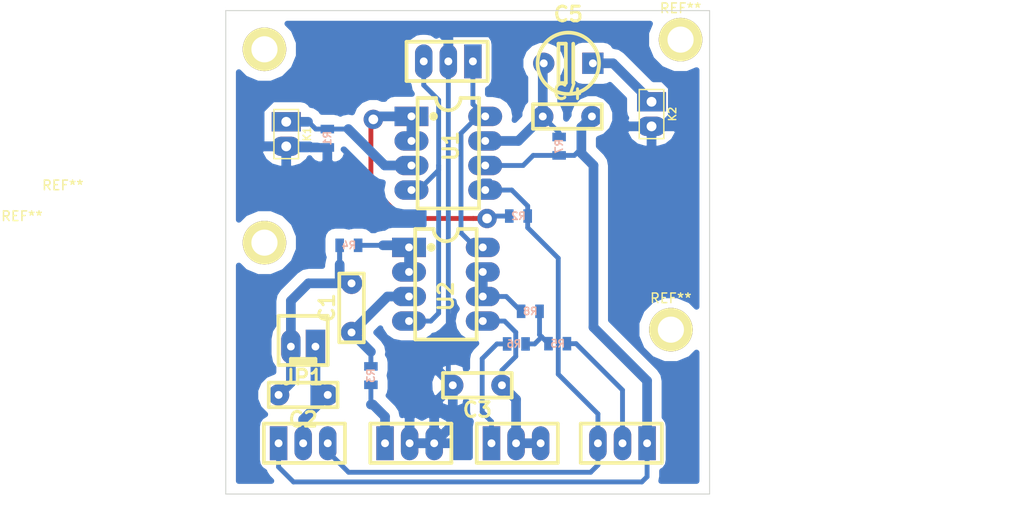
<source format=kicad_pcb>
(kicad_pcb (version 4) (host pcbnew 4.0.6)

  (general
    (links 44)
    (no_connects 0)
    (area 99.942857 42.7 175.85 99.700001)
    (thickness 1.6)
    (drawings 10)
    (tracks 165)
    (zones 0)
    (modules 27)
    (nets 20)
  )

  (page A4)
  (layers
    (0 F.Cu signal)
    (31 B.Cu signal)
    (32 B.Adhes user)
    (33 F.Adhes user)
    (34 B.Paste user)
    (35 F.Paste user)
    (36 B.SilkS user)
    (37 F.SilkS user)
    (38 B.Mask user)
    (39 F.Mask user hide)
    (40 Dwgs.User user)
    (41 Cmts.User user)
    (42 Eco1.User user)
    (43 Eco2.User user)
    (44 Edge.Cuts user)
    (45 Margin user)
    (46 B.CrtYd user)
    (47 F.CrtYd user)
    (48 B.Fab user)
    (49 F.Fab user)
  )

  (setup
    (last_trace_width 0.25)
    (user_trace_width 0.5)
    (user_trace_width 0.75)
    (user_trace_width 1)
    (trace_clearance 0.2)
    (zone_clearance 1)
    (zone_45_only yes)
    (trace_min 0.2)
    (segment_width 0.2)
    (edge_width 0.1)
    (via_size 2)
    (via_drill 1)
    (via_min_size 0.4)
    (via_min_drill 0.3)
    (user_via 2 1)
    (user_via 3 2)
    (uvia_size 0.3)
    (uvia_drill 0.1)
    (uvias_allowed no)
    (uvia_min_size 0.2)
    (uvia_min_drill 0.1)
    (pcb_text_width 0.3)
    (pcb_text_size 1.5 1.5)
    (mod_edge_width 0.15)
    (mod_text_size 1 1)
    (mod_text_width 0.15)
    (pad_size 1.5 1.5)
    (pad_drill 0.6)
    (pad_to_mask_clearance 0)
    (aux_axis_origin 160 92)
    (visible_elements 7FFEFFFF)
    (pcbplotparams
      (layerselection 0x00000_80000000)
      (usegerberextensions false)
      (excludeedgelayer true)
      (linewidth 0.100000)
      (plotframeref false)
      (viasonmask false)
      (mode 1)
      (useauxorigin false)
      (hpglpennumber 1)
      (hpglpenspeed 20)
      (hpglpendiameter 15)
      (hpglpenoverlay 2)
      (psnegative false)
      (psa4output false)
      (plotreference false)
      (plotvalue false)
      (plotinvisibletext false)
      (padsonsilk false)
      (subtractmaskfromsilk false)
      (outputformat 4)
      (mirror false)
      (drillshape 0)
      (scaleselection 1)
      (outputdirectory ""))
  )

  (net 0 "")
  (net 1 "Net-(C4-Pad2)")
  (net 2 "Net-(C2-Pad1)")
  (net 3 "Net-(R2-Pad1)")
  (net 4 "Net-(C1-Pad2)")
  (net 5 "Net-(C1-Pad1)")
  (net 6 GND)
  (net 7 "Net-(C3-Pad1)")
  (net 8 "Net-(C4-Pad1)")
  (net 9 "Net-(C5-Pad-)")
  (net 10 "Net-(R6-Pad2)")
  (net 11 "Net-(R3-Pad2)")
  (net 12 "Net-(K1-Pad1)")
  (net 13 +V)
  (net 14 "Net-(R2-Pad2)")
  (net 15 "Net-(R4-Pad1)")
  (net 16 "Net-(R5-Pad1)")
  (net 17 "Net-(R5-Pad2)")
  (net 18 "Net-(R8-Pad2)")
  (net 19 -V)

  (net_class Default "This is the default net class."
    (clearance 0.2)
    (trace_width 0.25)
    (via_dia 2)
    (via_drill 1)
    (uvia_dia 0.3)
    (uvia_drill 0.1)
    (add_net +V)
    (add_net -V)
    (add_net GND)
    (add_net "Net-(C1-Pad1)")
    (add_net "Net-(C1-Pad2)")
    (add_net "Net-(C2-Pad1)")
    (add_net "Net-(C3-Pad1)")
    (add_net "Net-(C4-Pad1)")
    (add_net "Net-(C4-Pad2)")
    (add_net "Net-(C5-Pad-)")
    (add_net "Net-(K1-Pad1)")
    (add_net "Net-(R2-Pad1)")
    (add_net "Net-(R2-Pad2)")
    (add_net "Net-(R3-Pad2)")
    (add_net "Net-(R4-Pad1)")
    (add_net "Net-(R5-Pad1)")
    (add_net "Net-(R5-Pad2)")
    (add_net "Net-(R6-Pad2)")
    (add_net "Net-(R8-Pad2)")
  )

  (module Konektori:K_2x1 (layer F.Cu) (tedit 51BDFB59) (tstamp 56C4D1CC)
    (at 118.25 56.77 270)
    (descr "Connecteurs 2 pins")
    (tags "CONN DEV")
    (path /569EAC73)
    (fp_text reference K1 (at 0 -2.159 270) (layer F.SilkS)
      (effects (font (size 0.762 0.762) (thickness 0.1524)))
    )
    (fp_text value K_2X1 (at 0 2.0955 270) (layer F.SilkS) hide
      (effects (font (size 0.762 0.762) (thickness 0.1524)))
    )
    (fp_line (start -2.54 1.27) (end -2.54 -1.27) (layer F.SilkS) (width 0.1524))
    (fp_line (start -2.54 -1.27) (end 2.54 -1.27) (layer F.SilkS) (width 0.1524))
    (fp_line (start 2.54 -1.27) (end 2.54 1.27) (layer F.SilkS) (width 0.1524))
    (fp_line (start 2.54 1.27) (end -2.54 1.27) (layer F.SilkS) (width 0.1524))
    (pad 1 thru_hole rect (at -1.27 0 270) (size 1.99898 2.99974) (drill 1.016) (layers *.Cu *.Mask)
      (net 12 "Net-(K1-Pad1)"))
    (pad 2 thru_hole oval (at 1.27 0 270) (size 1.99898 2.99974) (drill 1.016) (layers *.Cu *.Mask)
      (net 6 GND))
    (model pin_array/pins_array_2x1.wrl
      (at (xyz 0 0 0))
      (scale (xyz 1 1 1))
      (rotate (xyz 0 0 0))
    )
  )

  (module Konektori:K_3x1_PIN_R2,54 (layer F.Cu) (tedit 529C6A5F) (tstamp 56C4D194)
    (at 120 88.75)
    (path /569EBF7B)
    (fp_text reference bass1 (at -18.49 -2.39) (layer F.SilkS) hide
      (effects (font (thickness 0.3048)))
    )
    (fp_text value 10k (at 0 5.1308) (layer F.SilkS) hide
      (effects (font (thickness 0.3048)))
    )
    (fp_line (start 4.318 2.032) (end 4.318 -2.032) (layer F.SilkS) (width 0.381))
    (fp_line (start 4.318 -2.032) (end -4.064 -2.032) (layer F.SilkS) (width 0.381))
    (fp_line (start -4.064 -2.032) (end -4.064 2.032) (layer F.SilkS) (width 0.381))
    (fp_line (start -4.064 2.032) (end 4.318 2.032) (layer F.SilkS) (width 0.381))
    (pad 1 thru_hole rect (at -2.54 0) (size 1.80086 3.50012) (drill 0.8128) (layers *.Cu *.Mask)
      (net 1 "Net-(C4-Pad2)"))
    (pad 2 thru_hole oval (at 0 0) (size 1.80086 3.50012) (drill 0.8128) (layers *.Cu *.Mask)
      (net 2 "Net-(C2-Pad1)"))
    (pad 3 thru_hole oval (at 2.54 0) (size 1.80086 3.50012) (drill 0.8128) (layers *.Cu *.Mask)
      (net 3 "Net-(R2-Pad1)"))
    (model pin_array/pins_array_3x1.wrl
      (at (xyz 0 0 0))
      (scale (xyz 1 1 1))
      (rotate (xyz 0 0 0))
    )
  )

  (module "Elektronicki elementi:C_R5_D2,5X7,2" (layer F.Cu) (tedit 502687A2) (tstamp 56C4D19A)
    (at 125 74.75 90)
    (descr "Kondenzator. Raster = 5. Dimenzije = 2,5 x 7,2.")
    (path /56A011FE)
    (fp_text reference C1 (at 0 -2.54 90) (layer F.SilkS)
      (effects (font (thickness 0.3048)))
    )
    (fp_text value 47n (at 0 3.175 90) (layer F.SilkS) hide
      (effects (font (thickness 0.3048)))
    )
    (fp_line (start -3.556 1.27) (end -3.556 -1.27) (layer F.SilkS) (width 0.381))
    (fp_line (start -3.556 -1.27) (end 3.556 -1.27) (layer F.SilkS) (width 0.381))
    (fp_line (start 3.556 -1.27) (end 3.556 1.27) (layer F.SilkS) (width 0.381))
    (fp_line (start 3.556 1.27) (end -3.556 1.27) (layer F.SilkS) (width 0.381))
    (pad 2 thru_hole circle (at 2.54 0 90) (size 2.19964 2.19964) (drill 0.8128) (layers *.Cu)
      (net 4 "Net-(C1-Pad2)"))
    (pad 1 thru_hole circle (at -2.54 0 90) (size 2.19964 2.19964) (drill 0.8128) (layers *.Cu)
      (net 5 "Net-(C1-Pad1)"))
  )

  (module "Elektronicki elementi:C_R5_D2,5X7,2" (layer F.Cu) (tedit 502687A2) (tstamp 56C4D1A0)
    (at 120 83.75 180)
    (descr "Kondenzator. Raster = 5. Dimenzije = 2,5 x 7,2.")
    (path /56A01279)
    (fp_text reference C2 (at 0 -2.54 180) (layer F.SilkS)
      (effects (font (thickness 0.3048)))
    )
    (fp_text value 4,7u (at 0 3.175 180) (layer F.SilkS) hide
      (effects (font (thickness 0.3048)))
    )
    (fp_line (start -3.556 1.27) (end -3.556 -1.27) (layer F.SilkS) (width 0.381))
    (fp_line (start -3.556 -1.27) (end 3.556 -1.27) (layer F.SilkS) (width 0.381))
    (fp_line (start 3.556 -1.27) (end 3.556 1.27) (layer F.SilkS) (width 0.381))
    (fp_line (start 3.556 1.27) (end -3.556 1.27) (layer F.SilkS) (width 0.381))
    (pad 2 thru_hole circle (at 2.54 0 180) (size 2.19964 2.19964) (drill 0.8128) (layers *.Cu)
      (net 4 "Net-(C1-Pad2)"))
    (pad 1 thru_hole circle (at -2.54 0 180) (size 2.19964 2.19964) (drill 0.8128) (layers *.Cu)
      (net 2 "Net-(C2-Pad1)"))
  )

  (module "Elektronicki elementi:C_R5_D2,5X7,2" (layer F.Cu) (tedit 502687A2) (tstamp 56C4D1A6)
    (at 138 82.75 180)
    (descr "Kondenzator. Raster = 5. Dimenzije = 2,5 x 7,2.")
    (path /56A002B0)
    (fp_text reference C3 (at 0 -2.54 180) (layer F.SilkS)
      (effects (font (thickness 0.3048)))
    )
    (fp_text value 1n (at 0 3.175 180) (layer F.SilkS) hide
      (effects (font (thickness 0.3048)))
    )
    (fp_line (start -3.556 1.27) (end -3.556 -1.27) (layer F.SilkS) (width 0.381))
    (fp_line (start -3.556 -1.27) (end 3.556 -1.27) (layer F.SilkS) (width 0.381))
    (fp_line (start 3.556 -1.27) (end 3.556 1.27) (layer F.SilkS) (width 0.381))
    (fp_line (start 3.556 1.27) (end -3.556 1.27) (layer F.SilkS) (width 0.381))
    (pad 2 thru_hole circle (at 2.54 0 180) (size 2.19964 2.19964) (drill 0.8128) (layers *.Cu)
      (net 6 GND))
    (pad 1 thru_hole circle (at -2.54 0 180) (size 2.19964 2.19964) (drill 0.8128) (layers *.Cu)
      (net 7 "Net-(C3-Pad1)"))
  )

  (module "Elektronicki elementi:C_R5_D2,5X7,2" (layer F.Cu) (tedit 502687A2) (tstamp 56C4D1AC)
    (at 147.3 54.95)
    (descr "Kondenzator. Raster = 5. Dimenzije = 2,5 x 7,2.")
    (path /569EBA29)
    (fp_text reference C4 (at 0 -2.54) (layer F.SilkS)
      (effects (font (thickness 0.3048)))
    )
    (fp_text value 220p (at 0 3.175) (layer F.SilkS) hide
      (effects (font (thickness 0.3048)))
    )
    (fp_line (start -3.556 1.27) (end -3.556 -1.27) (layer F.SilkS) (width 0.381))
    (fp_line (start -3.556 -1.27) (end 3.556 -1.27) (layer F.SilkS) (width 0.381))
    (fp_line (start 3.556 -1.27) (end 3.556 1.27) (layer F.SilkS) (width 0.381))
    (fp_line (start 3.556 1.27) (end -3.556 1.27) (layer F.SilkS) (width 0.381))
    (pad 2 thru_hole circle (at 2.54 0) (size 2.19964 2.19964) (drill 0.8128) (layers *.Cu)
      (net 1 "Net-(C4-Pad2)"))
    (pad 1 thru_hole circle (at -2.54 0) (size 2.19964 2.19964) (drill 0.8128) (layers *.Cu)
      (net 8 "Net-(C4-Pad1)"))
  )

  (module "Elektronicki elementi:CPOL_R5_D6,35" (layer F.Cu) (tedit 4D7161BE) (tstamp 56C4D1B2)
    (at 147.4 49.45)
    (descr "Polarizirani kondenzator. Raster = 5. Promjer = 6,35.")
    (path /569EB9A5)
    (fp_text reference C5 (at 0 -5.08) (layer F.SilkS)
      (effects (font (thickness 0.3048)))
    )
    (fp_text value 100u (at 0 5.08) (layer F.SilkS) hide
      (effects (font (thickness 0.3048)))
    )
    (fp_line (start 0.508 -2.032) (end 0.508 2.032) (layer F.SilkS) (width 0.381))
    (fp_line (start -0.254 -2.032) (end -1.016 -2.032) (layer F.SilkS) (width 0.381))
    (fp_line (start -1.016 -2.032) (end -1.016 2.032) (layer F.SilkS) (width 0.381))
    (fp_line (start -1.016 2.032) (end -0.254 2.032) (layer F.SilkS) (width 0.381))
    (fp_line (start -0.254 2.032) (end -0.254 -2.032) (layer F.SilkS) (width 0.381))
    (fp_circle (center 0 0) (end 3.175 0) (layer F.SilkS) (width 0.381))
    (pad + thru_hole circle (at -2.54 0) (size 2.19964 2.19964) (drill 0.8128) (layers *.Cu)
      (net 8 "Net-(C4-Pad1)"))
    (pad - thru_hole rect (at 2.54 0) (size 2.19964 2.19964) (drill 0.8128) (layers *.Cu)
      (net 9 "Net-(C5-Pad-)"))
  )

  (module Konektori:K_3x1_PIN_R2,54 (layer F.Cu) (tedit 529C6A5F) (tstamp 56C4D1B9)
    (at 142 88.75)
    (path /56A001F9)
    (fp_text reference freq1 (at -50.97 10.85) (layer F.SilkS) hide
      (effects (font (thickness 0.3048)))
    )
    (fp_text value 10k (at 0 5.1308) (layer F.SilkS) hide
      (effects (font (thickness 0.3048)))
    )
    (fp_line (start 4.318 2.032) (end 4.318 -2.032) (layer F.SilkS) (width 0.381))
    (fp_line (start 4.318 -2.032) (end -4.064 -2.032) (layer F.SilkS) (width 0.381))
    (fp_line (start -4.064 -2.032) (end -4.064 2.032) (layer F.SilkS) (width 0.381))
    (fp_line (start -4.064 2.032) (end 4.318 2.032) (layer F.SilkS) (width 0.381))
    (pad 1 thru_hole rect (at -2.54 0) (size 1.80086 3.50012) (drill 0.8128) (layers *.Cu *.Mask)
      (net 10 "Net-(R6-Pad2)"))
    (pad 2 thru_hole oval (at 0 0) (size 1.80086 3.50012) (drill 0.8128) (layers *.Cu *.Mask)
      (net 7 "Net-(C3-Pad1)"))
    (pad 3 thru_hole oval (at 2.54 0) (size 1.80086 3.50012) (drill 0.8128) (layers *.Cu *.Mask)
      (net 7 "Net-(C3-Pad1)"))
    (model pin_array/pins_array_3x1.wrl
      (at (xyz 0 0 0))
      (scale (xyz 1 1 1))
      (rotate (xyz 0 0 0))
    )
  )

  (module Konektori:K_3x1_PIN_R2,54 (layer F.Cu) (tedit 529C6A5F) (tstamp 56C4D1C0)
    (at 131 88.75)
    (path /56A00FFC)
    (fp_text reference freq2 (at -32.94 1.51) (layer F.SilkS) hide
      (effects (font (thickness 0.3048)))
    )
    (fp_text value 100k (at 0 5.1308) (layer F.SilkS) hide
      (effects (font (thickness 0.3048)))
    )
    (fp_line (start 4.318 2.032) (end 4.318 -2.032) (layer F.SilkS) (width 0.381))
    (fp_line (start 4.318 -2.032) (end -4.064 -2.032) (layer F.SilkS) (width 0.381))
    (fp_line (start -4.064 -2.032) (end -4.064 2.032) (layer F.SilkS) (width 0.381))
    (fp_line (start -4.064 2.032) (end 4.318 2.032) (layer F.SilkS) (width 0.381))
    (pad 1 thru_hole rect (at -2.54 0) (size 1.80086 3.50012) (drill 0.8128) (layers *.Cu *.Mask)
      (net 11 "Net-(R3-Pad2)"))
    (pad 2 thru_hole oval (at 0 0) (size 1.80086 3.50012) (drill 0.8128) (layers *.Cu *.Mask)
      (net 6 GND))
    (pad 3 thru_hole oval (at 2.54 0) (size 1.80086 3.50012) (drill 0.8128) (layers *.Cu *.Mask)
      (net 6 GND))
    (model pin_array/pins_array_3x1.wrl
      (at (xyz 0 0 0))
      (scale (xyz 1 1 1))
      (rotate (xyz 0 0 0))
    )
  )

  (module Konektori:K_2X1_VERT_KV_R2,54 (layer F.Cu) (tedit 4D63AB52) (tstamp 56C4D1C6)
    (at 120 78.75 180)
    (descr "Konektor 2x1 vertikalni sa kvačicom. Raster = 2,54. Molex model: 6373.")
    (path /56AAA2A3)
    (fp_text reference JP1 (at 0 -3.175 180) (layer F.SilkS)
      (effects (font (thickness 0.3048)))
    )
    (fp_text value JP (at 0 4.445 180) (layer F.SilkS) hide
      (effects (font (thickness 0.3048)))
    )
    (fp_line (start 1.27 -1.778) (end -1.27 -1.778) (layer F.SilkS) (width 0.381))
    (fp_line (start -1.27 -1.524) (end 1.27 -1.524) (layer F.SilkS) (width 0.381))
    (fp_line (start -1.27 -1.905) (end -1.27 -1.27) (layer F.SilkS) (width 0.381))
    (fp_line (start -1.27 -1.27) (end 1.27 -1.27) (layer F.SilkS) (width 0.381))
    (fp_line (start 1.27 -1.27) (end 1.27 -1.905) (layer F.SilkS) (width 0.381))
    (fp_line (start -2.54 3.175) (end 2.54 3.175) (layer F.SilkS) (width 0.381))
    (fp_line (start -2.54 -1.905) (end 2.54 -1.905) (layer F.SilkS) (width 0.381))
    (fp_line (start 2.54 -1.905) (end 2.54 3.175) (layer F.SilkS) (width 0.381))
    (fp_line (start -2.54 3.175) (end -2.54 -1.905) (layer F.SilkS) (width 0.381))
    (pad 1 thru_hole rect (at -1.27 0 180) (size 1.99898 3.50012) (drill 0.8001) (layers *.Cu)
      (net 2 "Net-(C2-Pad1)"))
    (pad 2 thru_hole oval (at 1.27 0 180) (size 1.99898 3.50012) (drill 0.8001) (layers *.Cu)
      (net 4 "Net-(C1-Pad2)"))
    (model pin_array/pins_array_2x1.wrl
      (at (xyz 0 0 0))
      (scale (xyz 1 1 1))
      (rotate (xyz 0 0 0))
    )
  )

  (module Konektori:K_2x1 (layer F.Cu) (tedit 51BDFB59) (tstamp 56C4D1D2)
    (at 156 54.7 270)
    (descr "Connecteurs 2 pins")
    (tags "CONN DEV")
    (path /56A10AB0)
    (fp_text reference K2 (at 0 -2.159 270) (layer F.SilkS)
      (effects (font (size 0.762 0.762) (thickness 0.1524)))
    )
    (fp_text value K_2X1 (at 0 2.0955 270) (layer F.SilkS) hide
      (effects (font (size 0.762 0.762) (thickness 0.1524)))
    )
    (fp_line (start -2.54 1.27) (end -2.54 -1.27) (layer F.SilkS) (width 0.1524))
    (fp_line (start -2.54 -1.27) (end 2.54 -1.27) (layer F.SilkS) (width 0.1524))
    (fp_line (start 2.54 -1.27) (end 2.54 1.27) (layer F.SilkS) (width 0.1524))
    (fp_line (start 2.54 1.27) (end -2.54 1.27) (layer F.SilkS) (width 0.1524))
    (pad 1 thru_hole rect (at -1.27 0 270) (size 1.99898 2.99974) (drill 1.016) (layers *.Cu *.Mask)
      (net 9 "Net-(C5-Pad-)"))
    (pad 2 thru_hole oval (at 1.27 0 270) (size 1.99898 2.99974) (drill 1.016) (layers *.Cu *.Mask)
      (net 6 GND))
    (model pin_array/pins_array_2x1.wrl
      (at (xyz 0 0 0))
      (scale (xyz 1 1 1))
      (rotate (xyz 0 0 0))
    )
  )

  (module "Elektronicki elementi:R_SMD_0805_NoSilk" (layer B.Cu) (tedit 53A2E750) (tstamp 56C4D1DE)
    (at 122.5 57.2025 270)
    (path /569E9C24)
    (attr smd)
    (fp_text reference R1 (at 0 0 270) (layer B.SilkS)
      (effects (font (size 0.762 0.762) (thickness 0.1524)) (justify mirror))
    )
    (fp_text value 100k (at 0 0 270) (layer B.SilkS) hide
      (effects (font (size 0.635 0.635) (thickness 0.127)) (justify mirror))
    )
    (pad 1 smd rect (at -0.9525 0 270) (size 0.889 1.397) (layers B.Cu B.Paste B.Mask)
      (net 12 "Net-(K1-Pad1)"))
    (pad 2 smd rect (at 0.9525 0 270) (size 0.889 1.397) (layers B.Cu B.Paste B.Mask)
      (net 6 GND))
    (model smd/chip_cms.wrl
      (at (xyz 0 0 0))
      (scale (xyz 0.1 0.1 0.1))
      (rotate (xyz 0 0 0))
    )
  )

  (module "Elektronicki elementi:R_SMD_0805_NoSilk" (layer B.Cu) (tedit 53A2E750) (tstamp 56C4D1EA)
    (at 127 81.75 270)
    (path /569E9C75)
    (attr smd)
    (fp_text reference R3 (at 0 0 270) (layer B.SilkS)
      (effects (font (size 0.762 0.762) (thickness 0.1524)) (justify mirror))
    )
    (fp_text value 22k (at 0 0 270) (layer B.SilkS) hide
      (effects (font (size 0.635 0.635) (thickness 0.127)) (justify mirror))
    )
    (pad 1 smd rect (at -0.9525 0 270) (size 0.889 1.397) (layers B.Cu B.Paste B.Mask)
      (net 5 "Net-(C1-Pad1)"))
    (pad 2 smd rect (at 0.9525 0 270) (size 0.889 1.397) (layers B.Cu B.Paste B.Mask)
      (net 11 "Net-(R3-Pad2)"))
    (model smd/chip_cms.wrl
      (at (xyz 0 0 0))
      (scale (xyz 0.1 0.1 0.1))
      (rotate (xyz 0 0 0))
    )
  )

  (module "Elektronicki elementi:R_SMD_0805_NoSilk" (layer B.Cu) (tedit 53A2E750) (tstamp 56C4D1F0)
    (at 124.725 68.275 180)
    (path /569E99CE)
    (attr smd)
    (fp_text reference R4 (at 0 0 180) (layer B.SilkS)
      (effects (font (size 0.762 0.762) (thickness 0.1524)) (justify mirror))
    )
    (fp_text value 1k (at 0 0 180) (layer B.SilkS) hide
      (effects (font (size 0.635 0.635) (thickness 0.127)) (justify mirror))
    )
    (pad 1 smd rect (at -0.9525 0 180) (size 0.889 1.397) (layers B.Cu B.Paste B.Mask)
      (net 15 "Net-(R4-Pad1)"))
    (pad 2 smd rect (at 0.9525 0 180) (size 0.889 1.397) (layers B.Cu B.Paste B.Mask)
      (net 4 "Net-(C1-Pad2)"))
    (model smd/chip_cms.wrl
      (at (xyz 0 0 0))
      (scale (xyz 0.1 0.1 0.1))
      (rotate (xyz 0 0 0))
    )
  )

  (module "Elektronicki elementi:R_SMD_0805_NoSilk" (layer B.Cu) (tedit 53A2E750) (tstamp 56C4D1F6)
    (at 146.3025 78.45 180)
    (path /569E9B43)
    (attr smd)
    (fp_text reference R5 (at 0 0 180) (layer B.SilkS)
      (effects (font (size 0.762 0.762) (thickness 0.1524)) (justify mirror))
    )
    (fp_text value 1k (at 0 0 180) (layer B.SilkS) hide
      (effects (font (size 0.635 0.635) (thickness 0.127)) (justify mirror))
    )
    (pad 1 smd rect (at -0.9525 0 180) (size 0.889 1.397) (layers B.Cu B.Paste B.Mask)
      (net 16 "Net-(R5-Pad1)"))
    (pad 2 smd rect (at 0.9525 0 180) (size 0.889 1.397) (layers B.Cu B.Paste B.Mask)
      (net 17 "Net-(R5-Pad2)"))
    (model smd/chip_cms.wrl
      (at (xyz 0 0 0))
      (scale (xyz 0.1 0.1 0.1))
      (rotate (xyz 0 0 0))
    )
  )

  (module "Elektronicki elementi:R_SMD_0805_NoSilk" (layer B.Cu) (tedit 56C4D4D9) (tstamp 56C4D1FC)
    (at 142.0275 78.475 180)
    (path /569E9CA8)
    (attr smd)
    (fp_text reference R6 (at 0.25 0 180) (layer B.SilkS)
      (effects (font (size 0.762 0.762) (thickness 0.1524)) (justify mirror))
    )
    (fp_text value 2,2k (at 0 0 180) (layer B.SilkS) hide
      (effects (font (size 0.635 0.635) (thickness 0.127)) (justify mirror))
    )
    (pad 1 smd rect (at -0.9525 0 180) (size 0.889 1.397) (layers B.Cu B.Paste B.Mask)
      (net 17 "Net-(R5-Pad2)"))
    (pad 2 smd rect (at 0.9525 0 180) (size 0.889 1.397) (layers B.Cu B.Paste B.Mask)
      (net 10 "Net-(R6-Pad2)"))
    (model smd/chip_cms.wrl
      (at (xyz 0 0 0))
      (scale (xyz 0.1 0.1 0.1))
      (rotate (xyz 0 0 0))
    )
  )

  (module "Elektronicki elementi:R_SMD_0805_NoSilk" (layer B.Cu) (tedit 53A2E750) (tstamp 56C4D202)
    (at 146.45 58.0225 270)
    (path /569E9CDD)
    (attr smd)
    (fp_text reference R7 (at 0 0 270) (layer B.SilkS)
      (effects (font (size 0.762 0.762) (thickness 0.1524)) (justify mirror))
    )
    (fp_text value 3,3k (at 0 0 270) (layer B.SilkS) hide
      (effects (font (size 0.635 0.635) (thickness 0.127)) (justify mirror))
    )
    (pad 1 smd rect (at -0.9525 0 270) (size 0.889 1.397) (layers B.Cu B.Paste B.Mask)
      (net 8 "Net-(C4-Pad1)"))
    (pad 2 smd rect (at 0.9525 0 270) (size 0.889 1.397) (layers B.Cu B.Paste B.Mask)
      (net 1 "Net-(C4-Pad2)"))
    (model smd/chip_cms.wrl
      (at (xyz 0 0 0))
      (scale (xyz 0.1 0.1 0.1))
      (rotate (xyz 0 0 0))
    )
  )

  (module "Elektronicki elementi:R_SMD_0805_NoSilk" (layer B.Cu) (tedit 53A2E750) (tstamp 56C4D208)
    (at 143.4725 75.1 180)
    (path /569E9B92)
    (attr smd)
    (fp_text reference R8 (at 0 0 180) (layer B.SilkS)
      (effects (font (size 0.762 0.762) (thickness 0.1524)) (justify mirror))
    )
    (fp_text value 100 (at 0 0 180) (layer B.SilkS) hide
      (effects (font (size 0.635 0.635) (thickness 0.127)) (justify mirror))
    )
    (pad 1 smd rect (at -0.9525 0 180) (size 0.889 1.397) (layers B.Cu B.Paste B.Mask)
      (net 17 "Net-(R5-Pad2)"))
    (pad 2 smd rect (at 0.9525 0 180) (size 0.889 1.397) (layers B.Cu B.Paste B.Mask)
      (net 18 "Net-(R8-Pad2)"))
    (model smd/chip_cms.wrl
      (at (xyz 0 0 0))
      (scale (xyz 0.1 0.1 0.1))
      (rotate (xyz 0 0 0))
    )
  )

  (module Konektori:K_3x1_PIN_R2,54 (layer F.Cu) (tedit 529C6A5F) (tstamp 56C4D20F)
    (at 153 88.75 180)
    (path /569EB5D5)
    (fp_text reference treble1 (at 54.48 -6.73 180) (layer F.SilkS) hide
      (effects (font (thickness 0.3048)))
    )
    (fp_text value 10k (at 0 5.1308 180) (layer F.SilkS) hide
      (effects (font (thickness 0.3048)))
    )
    (fp_line (start 4.318 2.032) (end 4.318 -2.032) (layer F.SilkS) (width 0.381))
    (fp_line (start 4.318 -2.032) (end -4.064 -2.032) (layer F.SilkS) (width 0.381))
    (fp_line (start -4.064 -2.032) (end -4.064 2.032) (layer F.SilkS) (width 0.381))
    (fp_line (start -4.064 2.032) (end 4.318 2.032) (layer F.SilkS) (width 0.381))
    (pad 1 thru_hole rect (at -2.54 0 180) (size 1.80086 3.50012) (drill 0.8128) (layers *.Cu *.Mask)
      (net 1 "Net-(C4-Pad2)"))
    (pad 2 thru_hole oval (at 0 0 180) (size 1.80086 3.50012) (drill 0.8128) (layers *.Cu *.Mask)
      (net 16 "Net-(R5-Pad1)"))
    (pad 3 thru_hole oval (at 2.54 0 180) (size 1.80086 3.50012) (drill 0.8128) (layers *.Cu *.Mask)
      (net 3 "Net-(R2-Pad1)"))
    (model pin_array/pins_array_3x1.wrl
      (at (xyz 0 0 0))
      (scale (xyz 1 1 1))
      (rotate (xyz 0 0 0))
    )
  )

  (module "Elektronicki elementi:DIP-8" (layer F.Cu) (tedit 56C4D41E) (tstamp 56C4D21B)
    (at 135 58.75 270)
    (path /569E9819)
    (fp_text reference U1 (at -0.75 -0.25 270) (layer F.SilkS)
      (effects (font (thickness 0.3048)))
    )
    (fp_text value TL072 (at 0 7.62 270) (layer F.SilkS) hide
      (effects (font (thickness 0.3048)))
    )
    (fp_arc (start -5.715 0) (end -4.445 0) (angle 90) (layer F.SilkS) (width 0.381))
    (fp_arc (start -5.715 0) (end -5.715 -1.27) (angle 90) (layer F.SilkS) (width 0.381))
    (fp_line (start -5.715 -3.175) (end -5.715 -1.27) (layer F.SilkS) (width 0.381))
    (fp_line (start -5.715 1.27) (end -5.715 3.175) (layer F.SilkS) (width 0.381))
    (fp_line (start -5.715 3.175) (end 5.715 3.175) (layer F.SilkS) (width 0.381))
    (fp_line (start 5.715 3.175) (end 5.715 -3.175) (layer F.SilkS) (width 0.381))
    (fp_line (start 5.715 -3.175) (end -5.715 -3.175) (layer F.SilkS) (width 0.381))
    (fp_line (start -4.064 1.524) (end -3.556 1.524) (layer F.SilkS) (width 0.381))
    (fp_circle (center -3.81 1.524) (end -3.556 1.524) (layer F.SilkS) (width 0.381))
    (pad 1 thru_hole rect (at -3.81 3.81 270) (size 1.99898 3.50012) (drill 0.8128) (layers *.Cu)
      (net 14 "Net-(R2-Pad2)"))
    (pad 2 thru_hole oval (at -1.27 3.81 270) (size 1.99898 3.50012) (drill 0.8128) (layers *.Cu)
      (net 14 "Net-(R2-Pad2)"))
    (pad 3 thru_hole oval (at 1.27 3.81 270) (size 1.99898 3.50012) (drill 0.8128) (layers *.Cu)
      (net 12 "Net-(K1-Pad1)"))
    (pad 4 thru_hole oval (at 3.81 3.81 270) (size 1.99898 3.50012) (drill 0.8128) (layers *.Cu)
      (net 19 -V))
    (pad 5 thru_hole oval (at 3.81 -3.81 270) (size 1.99898 3.50012) (drill 0.8128) (layers *.Cu)
      (net 3 "Net-(R2-Pad1)"))
    (pad 6 thru_hole oval (at 1.27 -3.81 270) (size 1.99898 3.50012) (drill 0.8128) (layers *.Cu)
      (net 1 "Net-(C4-Pad2)"))
    (pad 7 thru_hole oval (at -1.27 -3.81 270) (size 1.99898 3.50012) (drill 0.8128) (layers *.Cu)
      (net 8 "Net-(C4-Pad1)"))
    (pad 8 thru_hole oval (at -3.81 -3.81 270) (size 1.99898 3.50012) (drill 0.8128) (layers *.Cu)
      (net 13 +V))
    (model dil/dil_8.wrl
      (at (xyz 0 0 0))
      (scale (xyz 1 1 1))
      (rotate (xyz 0 0 0))
    )
  )

  (module "Elektronicki elementi:DIP-8" (layer F.Cu) (tedit 56C4D42A) (tstamp 56C4D227)
    (at 134.75 72.3 270)
    (path /569E98A8)
    (fp_text reference U2 (at 1.25 0 270) (layer F.SilkS)
      (effects (font (thickness 0.3048)))
    )
    (fp_text value TL072 (at 0 7.62 270) (layer F.SilkS) hide
      (effects (font (thickness 0.3048)))
    )
    (fp_arc (start -5.715 0) (end -4.445 0) (angle 90) (layer F.SilkS) (width 0.381))
    (fp_arc (start -5.715 0) (end -5.715 -1.27) (angle 90) (layer F.SilkS) (width 0.381))
    (fp_line (start -5.715 -3.175) (end -5.715 -1.27) (layer F.SilkS) (width 0.381))
    (fp_line (start -5.715 1.27) (end -5.715 3.175) (layer F.SilkS) (width 0.381))
    (fp_line (start -5.715 3.175) (end 5.715 3.175) (layer F.SilkS) (width 0.381))
    (fp_line (start 5.715 3.175) (end 5.715 -3.175) (layer F.SilkS) (width 0.381))
    (fp_line (start 5.715 -3.175) (end -5.715 -3.175) (layer F.SilkS) (width 0.381))
    (fp_line (start -4.064 1.524) (end -3.556 1.524) (layer F.SilkS) (width 0.381))
    (fp_circle (center -3.81 1.524) (end -3.556 1.524) (layer F.SilkS) (width 0.381))
    (pad 1 thru_hole rect (at -3.81 3.81 270) (size 1.99898 3.50012) (drill 0.8128) (layers *.Cu)
      (net 15 "Net-(R4-Pad1)"))
    (pad 2 thru_hole oval (at -1.27 3.81 270) (size 1.99898 3.50012) (drill 0.8128) (layers *.Cu)
      (net 15 "Net-(R4-Pad1)"))
    (pad 3 thru_hole oval (at 1.27 3.81 270) (size 1.99898 3.50012) (drill 0.8128) (layers *.Cu)
      (net 5 "Net-(C1-Pad1)"))
    (pad 4 thru_hole oval (at 3.81 3.81 270) (size 1.99898 3.50012) (drill 0.8128) (layers *.Cu)
      (net 19 -V))
    (pad 5 thru_hole oval (at 3.81 -3.81 270) (size 1.99898 3.50012) (drill 0.8128) (layers *.Cu)
      (net 7 "Net-(C3-Pad1)"))
    (pad 6 thru_hole oval (at 1.27 -3.81 270) (size 1.99898 3.50012) (drill 0.8128) (layers *.Cu)
      (net 18 "Net-(R8-Pad2)"))
    (pad 7 thru_hole oval (at -1.27 -3.81 270) (size 1.99898 3.50012) (drill 0.8128) (layers *.Cu)
      (net 18 "Net-(R8-Pad2)"))
    (pad 8 thru_hole oval (at -3.81 -3.81 270) (size 1.99898 3.50012) (drill 0.8128) (layers *.Cu)
      (net 13 +V))
    (model dil/dil_8.wrl
      (at (xyz 0 0 0))
      (scale (xyz 1 1 1))
      (rotate (xyz 0 0 0))
    )
  )

  (module Konektori:K_3x1_PIN_R2,54 (layer F.Cu) (tedit 529C6A5F) (tstamp 56C4D1D8)
    (at 135 49.25 180)
    (path /56D9C6C7)
    (fp_text reference K3 (at -0.6096 -4.7752 180) (layer F.SilkS) hide
      (effects (font (thickness 0.3048)))
    )
    (fp_text value K_3X1 (at 0 5.1308 180) (layer F.SilkS) hide
      (effects (font (thickness 0.3048)))
    )
    (fp_line (start 4.318 2.032) (end 4.318 -2.032) (layer F.SilkS) (width 0.381))
    (fp_line (start 4.318 -2.032) (end -4.064 -2.032) (layer F.SilkS) (width 0.381))
    (fp_line (start -4.064 -2.032) (end -4.064 2.032) (layer F.SilkS) (width 0.381))
    (fp_line (start -4.064 2.032) (end 4.318 2.032) (layer F.SilkS) (width 0.381))
    (pad 1 thru_hole rect (at -2.54 0 180) (size 1.80086 3.50012) (drill 0.8128) (layers *.Cu *.Mask)
      (net 13 +V))
    (pad 2 thru_hole oval (at 0 0 180) (size 1.80086 3.50012) (drill 0.8128) (layers *.Cu *.Mask)
      (net 6 GND))
    (pad 3 thru_hole oval (at 2.54 0 180) (size 1.80086 3.50012) (drill 0.8128) (layers *.Cu *.Mask)
      (net 19 -V))
    (model pin_array/pins_array_3x1.wrl
      (at (xyz 0 0 0))
      (scale (xyz 1 1 1))
      (rotate (xyz 0 0 0))
    )
  )

  (module "Elektronicki elementi:R_SMD_0805_NoSilk" (layer B.Cu) (tedit 53A2E750) (tstamp 56C4D1E4)
    (at 142.25 65.25 180)
    (path /569E9BD1)
    (attr smd)
    (fp_text reference R2 (at 0 0 180) (layer B.SilkS)
      (effects (font (size 0.762 0.762) (thickness 0.1524)) (justify mirror))
    )
    (fp_text value 3.3k (at 0 0 180) (layer B.SilkS) hide
      (effects (font (size 0.635 0.635) (thickness 0.127)) (justify mirror))
    )
    (pad 1 smd rect (at -0.9525 0 180) (size 0.889 1.397) (layers B.Cu B.Paste B.Mask)
      (net 3 "Net-(R2-Pad1)"))
    (pad 2 smd rect (at 0.9525 0 180) (size 0.889 1.397) (layers B.Cu B.Paste B.Mask)
      (net 14 "Net-(R2-Pad2)"))
    (model smd/chip_cms.wrl
      (at (xyz 0 0 0))
      (scale (xyz 0.1 0.1 0.1))
      (rotate (xyz 0 0 0))
    )
  )

  (module Mounting_Holes:MountingHole_2.7mm_M2.5_ISO14580_Pad (layer F.Cu) (tedit 56D1B4CB) (tstamp 5707A84D)
    (at 116 48)
    (descr "Mounting Hole 2.7mm, M2.5, ISO14580")
    (tags "mounting hole 2.7mm m2.5 iso14580")
    (fp_text reference REF** (at -20.83 14.07) (layer F.SilkS)
      (effects (font (size 1 1) (thickness 0.15)))
    )
    (fp_text value MountingHole_2.7mm_M2.5_ISO14580_Pad (at 0 3.25) (layer F.Fab)
      (effects (font (size 1 1) (thickness 0.15)))
    )
    (fp_circle (center 0 0) (end 2.25 0) (layer Cmts.User) (width 0.15))
    (fp_circle (center 0 0) (end 2.5 0) (layer F.CrtYd) (width 0.05))
    (pad 1 thru_hole circle (at 0 0) (size 4.5 4.5) (drill 2.7) (layers *.Cu *.Mask F.SilkS))
  )

  (module Mounting_Holes:MountingHole_2.7mm_M2.5_ISO14580_Pad (layer F.Cu) (tedit 56D1B4CB) (tstamp 5707A854)
    (at 159 47)
    (descr "Mounting Hole 2.7mm, M2.5, ISO14580")
    (tags "mounting hole 2.7mm m2.5 iso14580")
    (fp_text reference REF** (at 0 -3.25) (layer F.SilkS)
      (effects (font (size 1 1) (thickness 0.15)))
    )
    (fp_text value MountingHole_2.7mm_M2.5_ISO14580_Pad (at 0 3.25) (layer F.Fab)
      (effects (font (size 1 1) (thickness 0.15)))
    )
    (fp_circle (center 0 0) (end 2.25 0) (layer Cmts.User) (width 0.15))
    (fp_circle (center 0 0) (end 2.5 0) (layer F.CrtYd) (width 0.05))
    (pad 1 thru_hole circle (at 0 0) (size 4.5 4.5) (drill 2.7) (layers *.Cu *.Mask F.SilkS))
  )

  (module Mounting_Holes:MountingHole_2.7mm_M2.5_ISO14580_Pad (layer F.Cu) (tedit 56D1B4CB) (tstamp 5707A85B)
    (at 116 68)
    (descr "Mounting Hole 2.7mm, M2.5, ISO14580")
    (tags "mounting hole 2.7mm m2.5 iso14580")
    (fp_text reference REF** (at -25.06 -2.74) (layer F.SilkS)
      (effects (font (size 1 1) (thickness 0.15)))
    )
    (fp_text value MountingHole_2.7mm_M2.5_ISO14580_Pad (at 0 3.25) (layer F.Fab)
      (effects (font (size 1 1) (thickness 0.15)))
    )
    (fp_circle (center 0 0) (end 2.25 0) (layer Cmts.User) (width 0.15))
    (fp_circle (center 0 0) (end 2.5 0) (layer F.CrtYd) (width 0.05))
    (pad 1 thru_hole circle (at 0 0) (size 4.5 4.5) (drill 2.7) (layers *.Cu *.Mask F.SilkS))
  )

  (module Mounting_Holes:MountingHole_2.7mm_M2.5_ISO14580_Pad (layer F.Cu) (tedit 56D1B4CB) (tstamp 5707A86A)
    (at 158 77)
    (descr "Mounting Hole 2.7mm, M2.5, ISO14580")
    (tags "mounting hole 2.7mm m2.5 iso14580")
    (fp_text reference REF** (at 0 -3.25) (layer F.SilkS)
      (effects (font (size 1 1) (thickness 0.15)))
    )
    (fp_text value MountingHole_2.7mm_M2.5_ISO14580_Pad (at 20.51 5.2) (layer F.Fab)
      (effects (font (size 1 1) (thickness 0.15)))
    )
    (fp_circle (center 0 0) (end 2.25 0) (layer Cmts.User) (width 0.15))
    (fp_circle (center 0 0) (end 2.5 0) (layer F.CrtYd) (width 0.05))
    (pad 1 thru_hole circle (at 0 0) (size 4.5 4.5) (drill 2.7) (layers *.Cu *.Mask F.SilkS))
  )

  (dimension 50 (width 0.3) (layer Margin)
    (gr_text "50,000 mm" (at 169.35 69 270) (layer Margin)
      (effects (font (size 1.5 1.5) (thickness 0.3)))
    )
    (feature1 (pts (xy 162 94) (xy 170.7 94)))
    (feature2 (pts (xy 162 44) (xy 170.7 44)))
    (crossbar (pts (xy 168 44) (xy 168 94)))
    (arrow1a (pts (xy 168 94) (xy 167.413579 92.873496)))
    (arrow1b (pts (xy 168 94) (xy 168.586421 92.873496)))
    (arrow2a (pts (xy 168 44) (xy 167.413579 45.126504)))
    (arrow2b (pts (xy 168 44) (xy 168.586421 45.126504)))
  )
  (dimension 50 (width 0.3) (layer Margin)
    (gr_text "50,000 mm" (at 137 98.35) (layer Margin)
      (effects (font (size 1.5 1.5) (thickness 0.3)))
    )
    (feature1 (pts (xy 162 94) (xy 162 99.7)))
    (feature2 (pts (xy 112 94) (xy 112 99.7)))
    (crossbar (pts (xy 112 97) (xy 162 97)))
    (arrow1a (pts (xy 162 97) (xy 160.873496 97.586421)))
    (arrow1b (pts (xy 162 97) (xy 160.873496 96.413579)))
    (arrow2a (pts (xy 112 97) (xy 113.126504 97.586421)))
    (arrow2b (pts (xy 112 97) (xy 113.126504 96.413579)))
  )
  (gr_line (start 112 44) (end 162 44) (angle 90) (layer Edge.Cuts) (width 0.1))
  (gr_line (start 112 94) (end 112 44) (angle 90) (layer Edge.Cuts) (width 0.1))
  (gr_line (start 162 94) (end 112 94) (angle 90) (layer Edge.Cuts) (width 0.1))
  (gr_line (start 162 44) (end 162 94) (angle 90) (layer Edge.Cuts) (width 0.1))
  (gr_line (start 112.125 93.975) (end 112.125 43.975) (angle 90) (layer Margin) (width 0.2))
  (gr_line (start 162.125 93.975) (end 112.125 93.975) (angle 90) (layer Margin) (width 0.2))
  (gr_line (start 162.125 43.975) (end 162.125 93.975) (angle 90) (layer Margin) (width 0.2))
  (gr_line (start 112.125 43.975) (end 162.125 43.975) (angle 90) (layer Margin) (width 0.2))

  (segment (start 149.84 54.95) (end 149.84 54.969638) (width 1) (layer B.Cu) (net 1))
  (segment (start 149.84 54.969638) (end 148.75 56.059638) (width 1) (layer B.Cu) (net 1))
  (segment (start 148.75 58.75) (end 148.75 56.059638) (width 1) (layer B.Cu) (net 1))
  (segment (start 148.75 56.059638) (end 148.740181 56.049819) (width 1) (layer B.Cu) (net 1))
  (segment (start 148.75 58.75) (end 148.5 58.5) (width 0.5) (layer B.Cu) (net 1))
  (segment (start 149.75 59.75) (end 148.75 58.75) (width 1) (layer B.Cu) (net 1))
  (segment (start 150 76.75) (end 150 60) (width 1) (layer B.Cu) (net 1))
  (segment (start 150 60) (end 149.75 59.75) (width 1) (layer B.Cu) (net 1))
  (segment (start 155.54 88.75) (end 155.54 82.29) (width 1) (layer B.Cu) (net 1))
  (segment (start 155.54 82.29) (end 150 76.75) (width 1) (layer B.Cu) (net 1))
  (segment (start 148.740181 58.259819) (end 148.5 58.5) (width 0.5) (layer B.Cu) (net 1))
  (segment (start 148.5 58.5) (end 148.025 58.975) (width 0.5) (layer B.Cu) (net 1))
  (segment (start 117.46 88.75) (end 117.46 91.21) (width 0.5) (layer B.Cu) (net 1))
  (segment (start 117.46 91.21) (end 119 92.75) (width 0.5) (layer B.Cu) (net 1))
  (segment (start 119 92.75) (end 155 92.75) (width 0.5) (layer B.Cu) (net 1))
  (segment (start 155 92.75) (end 155.54 92.21) (width 0.5) (layer B.Cu) (net 1))
  (segment (start 155.54 92.21) (end 155.54 88.75) (width 0.5) (layer B.Cu) (net 1))
  (segment (start 148.025 58.975) (end 146.45 58.975) (width 0.5) (layer B.Cu) (net 1))
  (segment (start 149.84 54.95) (end 148.740181 56.049819) (width 0.5) (layer B.Cu) (net 1))
  (segment (start 148.740181 56.049819) (end 148.740181 58.259819) (width 0.5) (layer B.Cu) (net 1))
  (segment (start 143.775 58.975) (end 142.73 60.02) (width 0.5) (layer B.Cu) (net 1))
  (segment (start 142.73 60.02) (end 138.81 60.02) (width 0.5) (layer B.Cu) (net 1))
  (segment (start 146.45 58.975) (end 143.775 58.975) (width 0.5) (layer B.Cu) (net 1))
  (segment (start 146.704 58.975) (end 146.45 58.975) (width 0.5) (layer B.Cu) (net 1))
  (segment (start 121.25 85.04) (end 122.54 83.75) (width 1) (layer B.Cu) (net 2))
  (segment (start 121.25 85.04) (end 121.25 82.5) (width 1) (layer B.Cu) (net 2))
  (segment (start 120 86.29) (end 121.25 85.04) (width 1) (layer B.Cu) (net 2))
  (segment (start 121.25 82.5) (end 121.27 82.48) (width 1) (layer B.Cu) (net 2))
  (segment (start 120 88.75) (end 120 86.29) (width 1) (layer B.Cu) (net 2))
  (segment (start 121.27 78.75) (end 121.27 82.48) (width 1) (layer B.Cu) (net 2))
  (segment (start 121.27 82.48) (end 122.54 83.75) (width 1) (layer B.Cu) (net 2))
  (segment (start 146.360499 81.610499) (end 150.46 85.71) (width 0.5) (layer B.Cu) (net 3))
  (segment (start 150.46 85.71) (end 150.46 88.75) (width 0.5) (layer B.Cu) (net 3))
  (segment (start 143.2025 65.25) (end 143.2025 66.4485) (width 0.5) (layer B.Cu) (net 3))
  (segment (start 143.2025 66.4485) (end 146.360499 69.606499) (width 0.5) (layer B.Cu) (net 3))
  (segment (start 146.360499 69.606499) (end 146.360499 81.610499) (width 0.5) (layer B.Cu) (net 3))
  (segment (start 138.81 62.56) (end 141.56 62.56) (width 0.5) (layer B.Cu) (net 3))
  (segment (start 143.2025 64.2025) (end 143.2025 65.25) (width 0.5) (layer B.Cu) (net 3) (tstamp 56E5ABE1))
  (segment (start 141.56 62.56) (end 143.2025 64.2025) (width 0.5) (layer B.Cu) (net 3) (tstamp 56E5ABE0))
  (segment (start 122.54 88.75) (end 122.54 89.59963) (width 0.5) (layer B.Cu) (net 3))
  (segment (start 122.54 89.59963) (end 124.69037 91.75) (width 0.5) (layer B.Cu) (net 3))
  (segment (start 124.69037 91.75) (end 149.71006 91.75) (width 0.5) (layer B.Cu) (net 3))
  (segment (start 150.46 91.00006) (end 150.46 88.75) (width 0.5) (layer B.Cu) (net 3))
  (segment (start 149.71006 91.75) (end 150.46 91.00006) (width 0.5) (layer B.Cu) (net 3))
  (segment (start 138.56 61.62) (end 139.31057 61.62) (width 0.5) (layer B.Cu) (net 3))
  (segment (start 123.7725 70.25) (end 123.7725 72.1875) (width 1) (layer B.Cu) (net 4))
  (segment (start 123.7725 68.275) (end 123.7725 70.25) (width 0.5) (layer B.Cu) (net 4))
  (segment (start 118.73 78.75) (end 118.73 82.48) (width 1) (layer B.Cu) (net 4))
  (segment (start 118.73 82.48) (end 117.46 83.75) (width 1) (layer B.Cu) (net 4))
  (segment (start 120.54 72.21) (end 125 72.21) (width 1) (layer B.Cu) (net 4))
  (segment (start 118.73 78.75) (end 118.73 74.02) (width 1) (layer B.Cu) (net 4))
  (segment (start 118.73 74.02) (end 120.54 72.21) (width 1) (layer B.Cu) (net 4))
  (segment (start 125 72.21) (end 123.75 72.21) (width 0.5) (layer B.Cu) (net 4))
  (segment (start 123.75 72.21) (end 120.54 72.21) (width 0.5) (layer B.Cu) (net 4))
  (segment (start 123.7725 72.1875) (end 123.75 72.21) (width 1) (layer B.Cu) (net 4))
  (segment (start 123.7725 68.275) (end 123.7725 71.5225) (width 0.5) (layer B.Cu) (net 4))
  (segment (start 123.7725 71.5225) (end 124 71.75) (width 0.5) (layer B.Cu) (net 4) (tstamp 56E595BB))
  (segment (start 127 80.7975) (end 127 79.29) (width 0.5) (layer B.Cu) (net 5))
  (segment (start 125 77.29) (end 128.72 73.57) (width 1) (layer B.Cu) (net 5))
  (segment (start 128.72 73.57) (end 130.94 73.57) (width 1) (layer B.Cu) (net 5))
  (segment (start 127 79.29) (end 125 77.29) (width 1) (layer B.Cu) (net 5))
  (segment (start 120.5 58.155) (end 118.365 58.155) (width 1) (layer B.Cu) (net 6))
  (segment (start 122.5 58.155) (end 120.5 58.155) (width 0.5) (layer B.Cu) (net 6))
  (segment (start 135.46 82.75) (end 135.46 86.83) (width 1) (layer B.Cu) (net 6))
  (segment (start 135.46 86.83) (end 133.54 88.75) (width 1) (layer B.Cu) (net 6))
  (segment (start 131 88.75) (end 133.54 88.75) (width 1) (layer B.Cu) (net 6))
  (segment (start 118.365 58.155) (end 118.25 58.04) (width 1) (layer B.Cu) (net 6))
  (segment (start 135 49.25) (end 135 46.49994) (width 1) (layer B.Cu) (net 6))
  (segment (start 135 46.49994) (end 135.24994 46.25) (width 1) (layer B.Cu) (net 6))
  (segment (start 135.24994 46.25) (end 135.25 46.25) (width 1) (layer B.Cu) (net 6))
  (segment (start 135.25 46.25) (end 152.579362 46.25) (width 1) (layer B.Cu) (net 6))
  (segment (start 152.579362 46.25) (end 158.199871 51.870509) (width 1) (layer B.Cu) (net 6))
  (segment (start 158.199871 51.870509) (end 158.199871 54.989491) (width 1) (layer B.Cu) (net 6))
  (segment (start 158.199871 54.989491) (end 157.219362 55.97) (width 1) (layer B.Cu) (net 6))
  (segment (start 157.219362 55.97) (end 156 55.97) (width 1) (layer B.Cu) (net 6))
  (segment (start 115.5 54.25) (end 123.75 46) (width 1) (layer B.Cu) (net 6))
  (segment (start 123.75 46) (end 134 46) (width 1) (layer B.Cu) (net 6))
  (segment (start 134 46) (end 134.75 46.75) (width 1) (layer B.Cu) (net 6))
  (segment (start 115.5 54.25) (end 115.5 57.78987) (width 1) (layer B.Cu) (net 6))
  (segment (start 115.5 57.78987) (end 115.75013 58.04) (width 1) (layer B.Cu) (net 6))
  (segment (start 115.75013 58.04) (end 118.25 58.04) (width 1) (layer B.Cu) (net 6))
  (segment (start 135.25 46.25) (end 134.75 46.75) (width 0.5) (layer B.Cu) (net 6) (tstamp 56E598E8))
  (segment (start 135 47) (end 135 49.25) (width 0.5) (layer B.Cu) (net 6) (tstamp 56E598DF))
  (segment (start 134.75 46.75) (end 135 47) (width 0.5) (layer B.Cu) (net 6) (tstamp 56E598EE))
  (segment (start 135 49.25) (end 135 82.29) (width 0.5) (layer B.Cu) (net 6))
  (segment (start 135 82.29) (end 135.46 82.75) (width 0.5) (layer B.Cu) (net 6) (tstamp 56E598B1))
  (segment (start 135.06 82.35) (end 135.46 82.75) (width 0.5) (layer B.Cu) (net 6))
  (segment (start 142 88.75) (end 142 84.21) (width 1) (layer B.Cu) (net 7))
  (segment (start 142 84.21) (end 140.54 82.75) (width 1) (layer B.Cu) (net 7))
  (segment (start 142 88.75) (end 144.54 88.75) (width 1) (layer B.Cu) (net 7))
  (segment (start 140.54 82.75) (end 140.54 81.19462) (width 0.5) (layer B.Cu) (net 7))
  (segment (start 140.54 81.19462) (end 141.969501 79.765119) (width 0.5) (layer B.Cu) (net 7))
  (segment (start 141.969501 79.765119) (end 141.969501 77.269441) (width 0.5) (layer B.Cu) (net 7))
  (segment (start 141.969501 77.269441) (end 140.81006 76.11) (width 0.5) (layer B.Cu) (net 7))
  (segment (start 140.81006 76.11) (end 138.56 76.11) (width 0.5) (layer B.Cu) (net 7))
  (segment (start 144.76 54.95) (end 144.76 49.55) (width 1) (layer B.Cu) (net 8))
  (segment (start 144.76 49.55) (end 144.86 49.45) (width 1) (layer B.Cu) (net 8))
  (segment (start 138.81 57.48) (end 142.23 57.48) (width 1) (layer B.Cu) (net 8))
  (segment (start 142.23 57.48) (end 144.76 54.95) (width 1) (layer B.Cu) (net 8))
  (segment (start 146.45 57.07) (end 146.45 56.64) (width 0.5) (layer B.Cu) (net 8))
  (segment (start 146.45 56.64) (end 144.76 54.95) (width 0.5) (layer B.Cu) (net 8))
  (segment (start 149.94 49.45) (end 152.02 49.45) (width 1) (layer B.Cu) (net 9))
  (segment (start 152.02 49.45) (end 156 53.43) (width 1) (layer B.Cu) (net 9))
  (segment (start 139.46 88.75) (end 139.46 86.49994) (width 0.5) (layer B.Cu) (net 10))
  (segment (start 138.990179 86.030119) (end 138.990179 85.990179) (width 0.5) (layer B.Cu) (net 10))
  (segment (start 139.46 86.49994) (end 138.990179 86.030119) (width 0.5) (layer B.Cu) (net 10))
  (segment (start 138.5 85.5) (end 138.5 80) (width 0.5) (layer B.Cu) (net 10))
  (segment (start 138.990179 85.990179) (end 138.5 85.5) (width 0.5) (layer B.Cu) (net 10))
  (segment (start 138.5 80) (end 140.025 78.475) (width 0.5) (layer B.Cu) (net 10))
  (segment (start 140.025 78.475) (end 141.075 78.475) (width 0.5) (layer B.Cu) (net 10))
  (segment (start 127 82.7025) (end 127 84.75) (width 0.5) (layer B.Cu) (net 11))
  (segment (start 127.21006 84.75) (end 128.46 85.99994) (width 1) (layer B.Cu) (net 11))
  (segment (start 128.46 85.99994) (end 128.46 88.75) (width 1) (layer B.Cu) (net 11))
  (segment (start 127 84.75) (end 127.21006 84.75) (width 1) (layer B.Cu) (net 11))
  (segment (start 122.5 56.25) (end 124.66994 56.25) (width 0.5) (layer B.Cu) (net 12))
  (segment (start 118.25 55.5) (end 120.5 55.5) (width 1) (layer B.Cu) (net 12))
  (segment (start 122.5 56.25) (end 121.3015 56.25) (width 0.5) (layer B.Cu) (net 12))
  (segment (start 121.3015 56.25) (end 120.5515 55.5) (width 0.5) (layer B.Cu) (net 12))
  (segment (start 120.5515 55.5) (end 120.5 55.5) (width 0.5) (layer B.Cu) (net 12))
  (segment (start 131.19 60.02) (end 128.43994 60.02) (width 1) (layer B.Cu) (net 12))
  (segment (start 128.43994 60.02) (end 124.66994 56.25) (width 1) (layer B.Cu) (net 12))
  (segment (start 138.05943 54.94) (end 138.81 54.94) (width 0.5) (layer B.Cu) (net 13))
  (segment (start 136.30994 56.68949) (end 138.05943 54.94) (width 0.5) (layer B.Cu) (net 13))
  (segment (start 136.30994 66.99051) (end 136.30994 56.68949) (width 0.5) (layer B.Cu) (net 13))
  (segment (start 137.80943 68.49) (end 136.30994 66.99051) (width 0.5) (layer B.Cu) (net 13))
  (segment (start 138.56 68.49) (end 137.80943 68.49) (width 0.5) (layer B.Cu) (net 13))
  (segment (start 137.54 49.25) (end 137.54 53.67) (width 0.5) (layer B.Cu) (net 13))
  (segment (start 137.54 53.67) (end 138.81 54.94) (width 0.5) (layer B.Cu) (net 13) (tstamp 56E598B7))
  (segment (start 131.19 57.48) (end 131.19 54.94) (width 1) (layer B.Cu) (net 14))
  (segment (start 131.19 54.94) (end 127.56 54.94) (width 1) (layer B.Cu) (net 14))
  (segment (start 127.56 54.94) (end 127.25 55.25) (width 1) (layer B.Cu) (net 14))
  (segment (start 127 62.25) (end 127 55.5) (width 0.5) (layer F.Cu) (net 14))
  (segment (start 127 55.5) (end 127.25 55.25) (width 0.5) (layer F.Cu) (net 14))
  (via (at 127.25 55.25) (size 2) (drill 1) (layers F.Cu B.Cu) (net 14))
  (segment (start 130.25 65.5) (end 127 62.25) (width 0.5) (layer F.Cu) (net 14))
  (segment (start 137.585787 65.5) (end 130.25 65.5) (width 0.5) (layer F.Cu) (net 14))
  (segment (start 139 65.5) (end 137.585787 65.5) (width 0.5) (layer F.Cu) (net 14))
  (via (at 139 65.5) (size 2) (drill 1) (layers F.Cu B.Cu) (net 14))
  (segment (start 141.2975 65.25) (end 139.25 65.25) (width 0.5) (layer B.Cu) (net 14))
  (segment (start 139.25 65.25) (end 139 65.5) (width 0.5) (layer B.Cu) (net 14))
  (segment (start 128.25 68.275) (end 130.725 68.275) (width 1) (layer B.Cu) (net 15))
  (segment (start 125.6775 68.275) (end 128.25 68.275) (width 0.5) (layer B.Cu) (net 15))
  (segment (start 130.94 68.49) (end 130.94 71.03) (width 1) (layer B.Cu) (net 15))
  (segment (start 130.725 68.275) (end 130.94 68.49) (width 1) (layer B.Cu) (net 15))
  (segment (start 153 88.75) (end 153 83.25) (width 0.5) (layer B.Cu) (net 16))
  (segment (start 153 83.25) (end 148.2 78.45) (width 0.5) (layer B.Cu) (net 16))
  (segment (start 148.2 78.45) (end 147.255 78.45) (width 0.5) (layer B.Cu) (net 16))
  (segment (start 144.425 77.525) (end 144.65 77.75) (width 0.5) (layer B.Cu) (net 17))
  (segment (start 144.65 77.75) (end 145.35 78.45) (width 0.5) (layer B.Cu) (net 17))
  (segment (start 142.98 78.475) (end 143.9245 78.475) (width 0.5) (layer B.Cu) (net 17))
  (segment (start 143.9245 78.475) (end 144.6495 77.75) (width 0.5) (layer B.Cu) (net 17))
  (segment (start 144.6495 77.75) (end 144.65 77.75) (width 0.5) (layer B.Cu) (net 17))
  (segment (start 144.425 75.1) (end 144.425 77.525) (width 0.5) (layer B.Cu) (net 17))
  (segment (start 138.56 71.03) (end 138.56 73.57) (width 1) (layer B.Cu) (net 18))
  (segment (start 138.56 73.57) (end 140.99 73.57) (width 0.5) (layer B.Cu) (net 18))
  (segment (start 140.99 73.57) (end 142.52 75.1) (width 0.5) (layer B.Cu) (net 18))
  (segment (start 134 53.25) (end 134 60) (width 0.5) (layer B.Cu) (net 19) (tstamp 56E598A9))
  (segment (start 134 60) (end 134 60.50057) (width 0.5) (layer B.Cu) (net 19))
  (segment (start 134 75.30006) (end 134 60) (width 0.5) (layer B.Cu) (net 19))
  (segment (start 132.46 49.25) (end 132.46 51.71) (width 0.5) (layer B.Cu) (net 19))
  (segment (start 132.46 51.71) (end 134 53.25) (width 0.5) (layer B.Cu) (net 19) (tstamp 56E598A7))
  (segment (start 130.94 76.11) (end 133.19006 76.11) (width 0.5) (layer B.Cu) (net 19))
  (segment (start 133.19006 76.11) (end 134 75.30006) (width 0.5) (layer B.Cu) (net 19))
  (segment (start 134 60.50057) (end 131.94057 62.56) (width 0.5) (layer B.Cu) (net 19))
  (segment (start 131.94057 62.56) (end 131.19 62.56) (width 0.5) (layer B.Cu) (net 19))

  (zone (net 6) (net_name GND) (layer B.Cu) (tstamp 56E5ABEE) (hatch edge 0.508)
    (connect_pads (clearance 1))
    (min_thickness 0.6)
    (fill yes (arc_segments 16) (thermal_gap 1) (thermal_bridge_width 1))
    (polygon
      (pts
        (xy 162 94) (xy 112 94) (xy 112 44) (xy 162 44) (xy 162 94)
      )
    )
    (filled_polygon
      (pts
        (xy 155.450617 46.290763) (xy 155.449385 47.703041) (xy 155.988701 49.008287) (xy 156.986461 50.007789) (xy 158.290763 50.549383)
        (xy 159.703041 50.550615) (xy 160.65 50.15934) (xy 160.65 74.629783) (xy 160.013539 73.992211) (xy 158.709237 73.450617)
        (xy 157.296959 73.449385) (xy 155.991713 73.988701) (xy 154.992211 74.986461) (xy 154.450617 76.290763) (xy 154.449385 77.703041)
        (xy 154.988701 79.008287) (xy 155.986461 80.007789) (xy 157.290763 80.549383) (xy 158.703041 80.550615) (xy 160.008287 80.011299)
        (xy 160.65 79.370704) (xy 160.65 92.65) (xy 157.002478 92.65) (xy 157.09 92.21) (xy 157.09 91.626892)
        (xy 157.36464 91.450166) (xy 157.66147 91.015741) (xy 157.765898 90.50006) (xy 157.765898 86.99994) (xy 157.67525 86.518189)
        (xy 157.390536 86.07573) (xy 157.34 86.0412) (xy 157.34 82.29) (xy 157.202983 81.60117) (xy 156.812792 81.017208)
        (xy 151.8 76.004416) (xy 151.8 60) (xy 151.662983 59.31117) (xy 151.272792 58.727208) (xy 151.022795 58.477211)
        (xy 151.022793 58.477208) (xy 150.55 58.004415) (xy 150.55 57.253242) (xy 151.197613 56.985654) (xy 151.658176 56.525894)
        (xy 153.268334 56.525894) (xy 153.298631 56.6652) (xy 153.732213 57.454563) (xy 154.434867 58.017915) (xy 155.29962 58.26949)
        (xy 155.8 58.26949) (xy 155.8 56.17) (xy 156.2 56.17) (xy 156.2 58.26949) (xy 156.70038 58.26949)
        (xy 157.565133 58.017915) (xy 158.267787 57.454563) (xy 158.701369 56.6652) (xy 158.731666 56.525894) (xy 158.464715 56.17)
        (xy 156.2 56.17) (xy 155.8 56.17) (xy 153.535285 56.17) (xy 153.268334 56.525894) (xy 151.658176 56.525894)
        (xy 151.873282 56.311164) (xy 152.239402 55.429448) (xy 152.240235 54.474741) (xy 151.875654 53.592387) (xy 151.201164 52.916718)
        (xy 150.319448 52.550598) (xy 149.364741 52.549765) (xy 148.482387 52.914346) (xy 147.806718 53.588836) (xy 147.440598 54.470552)
        (xy 147.440295 54.817576) (xy 147.191682 55.189651) (xy 147.159639 55.157608) (xy 147.160235 54.474741) (xy 146.795654 53.592387)
        (xy 146.56 53.356321) (xy 146.56 51.143864) (xy 146.893282 50.811164) (xy 147.259402 49.929448) (xy 147.260235 48.974741)
        (xy 147.002172 48.35018) (xy 147.514712 48.35018) (xy 147.514712 50.54982) (xy 147.60536 51.031571) (xy 147.890074 51.47403)
        (xy 148.324499 51.77086) (xy 148.84018 51.875288) (xy 151.03982 51.875288) (xy 151.521571 51.78464) (xy 151.696495 51.672079)
        (xy 153.174662 53.150246) (xy 153.174662 54.42949) (xy 153.26531 54.911241) (xy 153.39102 55.1066) (xy 153.298631 55.2748)
        (xy 153.268334 55.414106) (xy 153.535285 55.77) (xy 155.8 55.77) (xy 155.8 55.754958) (xy 156.2 55.754958)
        (xy 156.2 55.77) (xy 158.464715 55.77) (xy 158.731666 55.414106) (xy 158.701369 55.2748) (xy 158.609706 55.107923)
        (xy 158.72091 54.945171) (xy 158.825338 54.42949) (xy 158.825338 52.43051) (xy 158.73469 51.948759) (xy 158.449976 51.5063)
        (xy 158.015551 51.20947) (xy 157.49987 51.105042) (xy 156.220626 51.105042) (xy 153.292792 48.177208) (xy 152.70883 47.787017)
        (xy 152.150831 47.676024) (xy 151.989926 47.42597) (xy 151.555501 47.12914) (xy 151.03982 47.024712) (xy 148.84018 47.024712)
        (xy 148.358429 47.11536) (xy 147.91597 47.400074) (xy 147.61914 47.834499) (xy 147.514712 48.35018) (xy 147.002172 48.35018)
        (xy 146.895654 48.092387) (xy 146.221164 47.416718) (xy 145.339448 47.050598) (xy 144.384741 47.049765) (xy 143.502387 47.414346)
        (xy 142.826718 48.088836) (xy 142.460598 48.970552) (xy 142.459765 49.925259) (xy 142.824346 50.807613) (xy 142.96 50.943504)
        (xy 142.96 53.355961) (xy 142.726718 53.588836) (xy 142.360598 54.470552) (xy 142.360307 54.804109) (xy 141.844181 55.320235)
        (xy 141.919814 54.94) (xy 141.744776 54.060023) (xy 141.246309 53.314015) (xy 140.500301 52.815548) (xy 139.620324 52.64051)
        (xy 139.09 52.64051) (xy 139.09 52.126892) (xy 139.36464 51.950166) (xy 139.66147 51.515741) (xy 139.765898 51.00006)
        (xy 139.765898 47.49994) (xy 139.67525 47.018189) (xy 139.390536 46.57573) (xy 138.956111 46.2789) (xy 138.44043 46.174472)
        (xy 136.63957 46.174472) (xy 136.157819 46.26512) (xy 135.906762 46.426671) (xy 135.657293 46.290901) (xy 135.540336 46.267314)
        (xy 135.2 46.535635) (xy 135.2 49.05) (xy 135.22 49.05) (xy 135.22 49.45) (xy 135.2 49.45)
        (xy 135.2 49.47) (xy 134.8 49.47) (xy 134.8 49.45) (xy 134.78 49.45) (xy 134.78 49.05)
        (xy 134.8 49.05) (xy 134.8 46.535635) (xy 134.459664 46.267314) (xy 134.342707 46.290901) (xy 133.755354 46.61056)
        (xy 133.302068 46.307684) (xy 132.46 46.140186) (xy 131.617932 46.307684) (xy 130.904061 46.784677) (xy 130.427068 47.498548)
        (xy 130.25957 48.340616) (xy 130.25957 50.159384) (xy 130.427068 51.001452) (xy 130.904061 51.715323) (xy 130.91213 51.720715)
        (xy 131.027987 52.303159) (xy 131.23638 52.615042) (xy 129.43994 52.615042) (xy 128.958189 52.70569) (xy 128.51573 52.990404)
        (xy 128.413515 53.14) (xy 128.166113 53.14) (xy 127.709505 52.9504) (xy 126.794509 52.949601) (xy 125.948857 53.299018)
        (xy 125.301292 53.945453) (xy 125.059601 54.527509) (xy 124.66994 54.45) (xy 123.98111 54.587017) (xy 123.848047 54.675927)
        (xy 123.714181 54.58446) (xy 123.1985 54.480032) (xy 121.941724 54.480032) (xy 121.772792 54.227208) (xy 121.18883 53.837017)
        (xy 120.820612 53.763774) (xy 120.699976 53.5763) (xy 120.265551 53.27947) (xy 119.74987 53.175042) (xy 116.75013 53.175042)
        (xy 116.268379 53.26569) (xy 115.82592 53.550404) (xy 115.52909 53.984829) (xy 115.424662 54.50051) (xy 115.424662 56.49949)
        (xy 115.51531 56.981241) (xy 115.64102 57.1766) (xy 115.548631 57.3448) (xy 115.518334 57.484106) (xy 115.785285 57.84)
        (xy 118.05 57.84) (xy 118.05 57.824958) (xy 118.45 57.824958) (xy 118.45 57.84) (xy 120.7115 57.84)
        (xy 120.8265 57.955) (xy 121.480678 57.955) (xy 121.8015 58.019968) (xy 122.72 58.019968) (xy 122.72 58.355)
        (xy 122.7 58.355) (xy 122.7 59.5745) (xy 123.025 59.8995) (xy 123.457086 59.8995) (xy 123.934891 59.701587)
        (xy 124.300587 59.335891) (xy 124.4985 58.858086) (xy 124.4985 58.68) (xy 124.173502 58.355002) (xy 124.229358 58.355002)
        (xy 127.167148 61.292792) (xy 127.75111 61.682983) (xy 128.235471 61.779329) (xy 128.080186 62.56) (xy 128.255224 63.439977)
        (xy 128.753691 64.185985) (xy 129.499699 64.684452) (xy 130.379676 64.85949) (xy 132.000324 64.85949) (xy 132.45 64.770044)
        (xy 132.45 66.165042) (xy 129.18994 66.165042) (xy 128.708189 66.25569) (xy 128.367371 66.475) (xy 128.25 66.475)
        (xy 127.56117 66.612017) (xy 127.392079 66.725) (xy 127.118894 66.725) (xy 127.072106 66.65229) (xy 126.637681 66.35546)
        (xy 126.122 66.251032) (xy 125.233 66.251032) (xy 124.751249 66.34168) (xy 124.730516 66.355022) (xy 124.217 66.251032)
        (xy 123.328 66.251032) (xy 122.846249 66.34168) (xy 122.40379 66.626394) (xy 122.10696 67.060819) (xy 122.002532 67.5765)
        (xy 122.002532 68.9735) (xy 122.09318 69.455251) (xy 122.135915 69.521663) (xy 122.109517 69.56117) (xy 121.9725 70.25)
        (xy 121.9725 70.41) (xy 120.54 70.41) (xy 119.85117 70.547017) (xy 119.267208 70.937207) (xy 117.457208 72.747208)
        (xy 117.067017 73.33117) (xy 116.93 74.02) (xy 116.93 76.574123) (xy 116.605548 77.059699) (xy 116.43051 77.939676)
        (xy 116.43051 79.560324) (xy 116.605548 80.440301) (xy 116.93 80.925877) (xy 116.93 81.372384) (xy 116.102387 81.714346)
        (xy 115.426718 82.388836) (xy 115.060598 83.270552) (xy 115.059765 84.225259) (xy 115.424346 85.107613) (xy 116.080249 85.764663)
        (xy 116.077819 85.76512) (xy 115.63536 86.049834) (xy 115.33853 86.484259) (xy 115.234102 86.99994) (xy 115.234102 90.50006)
        (xy 115.32475 90.981811) (xy 115.609464 91.42427) (xy 116.006596 91.695619) (xy 116.027987 91.803159) (xy 116.363984 92.306016)
        (xy 116.707968 92.65) (xy 113.35 92.65) (xy 113.35 70.370217) (xy 113.986461 71.007789) (xy 115.290763 71.549383)
        (xy 116.703041 71.550615) (xy 118.008287 71.011299) (xy 119.007789 70.013539) (xy 119.549383 68.709237) (xy 119.550615 67.296959)
        (xy 119.011299 65.991713) (xy 118.013539 64.992211) (xy 116.709237 64.450617) (xy 115.296959 64.449385) (xy 113.991713 64.988701)
        (xy 113.35 65.629296) (xy 113.35 58.595894) (xy 115.518334 58.595894) (xy 115.548631 58.7352) (xy 115.982213 59.524563)
        (xy 116.684867 60.087915) (xy 117.54962 60.33949) (xy 118.05 60.33949) (xy 118.05 58.24) (xy 118.45 58.24)
        (xy 118.45 60.33949) (xy 118.95038 60.33949) (xy 119.815133 60.087915) (xy 120.517787 59.524563) (xy 120.665884 59.254944)
        (xy 120.699413 59.335891) (xy 121.065109 59.701587) (xy 121.542914 59.8995) (xy 121.975 59.8995) (xy 122.3 59.5745)
        (xy 122.3 58.355) (xy 120.8265 58.355) (xy 120.811915 58.369585) (xy 120.714715 58.24) (xy 118.45 58.24)
        (xy 118.05 58.24) (xy 115.785285 58.24) (xy 115.518334 58.595894) (xy 113.35 58.595894) (xy 113.35 50.370217)
        (xy 113.986461 51.007789) (xy 115.290763 51.549383) (xy 116.703041 51.550615) (xy 118.008287 51.011299) (xy 119.007789 50.013539)
        (xy 119.549383 48.709237) (xy 119.550615 47.296959) (xy 119.011299 45.991713) (xy 118.370704 45.35) (xy 155.841256 45.35)
      )
    )
    (filled_polygon
      (pts
        (xy 135.625224 74.449977) (xy 135.885829 74.84) (xy 135.625224 75.230023) (xy 135.450186 76.11) (xy 135.625224 76.989977)
        (xy 136.123691 77.735985) (xy 136.869699 78.234452) (xy 137.749676 78.40949) (xy 137.898478 78.40949) (xy 137.403984 78.903984)
        (xy 137.067987 79.406841) (xy 136.949999 80) (xy 136.95 80.000005) (xy 136.95 80.977154) (xy 136.812262 81.114892)
        (xy 136.731597 80.659536) (xy 135.834817 80.332045) (xy 134.880974 80.372665) (xy 134.188403 80.659536) (xy 134.107737 81.114895)
        (xy 135.46 82.467157) (xy 135.474142 82.453015) (xy 135.756985 82.735858) (xy 135.742843 82.75) (xy 135.756985 82.764142)
        (xy 135.474142 83.046985) (xy 135.46 83.032843) (xy 134.107737 84.385105) (xy 134.188403 84.840464) (xy 135.085183 85.167955)
        (xy 136.039026 85.127335) (xy 136.731597 84.840464) (xy 136.812262 84.385108) (xy 136.95 84.522846) (xy 136.95 85.499995)
        (xy 136.949999 85.5) (xy 137.067987 86.093159) (xy 137.336386 86.494848) (xy 137.234102 86.99994) (xy 137.234102 90.2)
        (xy 135.622265 90.2) (xy 135.74043 89.79963) (xy 135.74043 88.95) (xy 133.74 88.95) (xy 133.74 88.97)
        (xy 133.34 88.97) (xy 133.34 88.95) (xy 131.2 88.95) (xy 131.2 88.97) (xy 130.8 88.97)
        (xy 130.8 88.95) (xy 130.78 88.95) (xy 130.78 88.55) (xy 130.8 88.55) (xy 130.8 86.035635)
        (xy 131.2 86.035635) (xy 131.2 88.55) (xy 133.34 88.55) (xy 133.34 86.035635) (xy 133.74 86.035635)
        (xy 133.74 88.55) (xy 135.74043 88.55) (xy 135.74043 87.70037) (xy 135.496396 86.873526) (xy 134.954518 86.20301)
        (xy 134.197293 85.790901) (xy 134.080336 85.767314) (xy 133.74 86.035635) (xy 133.34 86.035635) (xy 132.999664 85.767314)
        (xy 132.882707 85.790901) (xy 132.27 86.124358) (xy 131.657293 85.790901) (xy 131.540336 85.767314) (xy 131.2 86.035635)
        (xy 130.8 86.035635) (xy 130.459664 85.767314) (xy 130.342707 85.790901) (xy 130.23056 85.851935) (xy 130.122983 85.31111)
        (xy 129.732792 84.727148) (xy 128.817567 83.811923) (xy 128.91954 83.662681) (xy 129.023968 83.147) (xy 129.023968 82.375183)
        (xy 133.042045 82.375183) (xy 133.082665 83.329026) (xy 133.369536 84.021597) (xy 133.824895 84.102263) (xy 135.177157 82.75)
        (xy 133.824895 81.397737) (xy 133.369536 81.478403) (xy 133.042045 82.375183) (xy 129.023968 82.375183) (xy 129.023968 82.258)
        (xy 128.93332 81.776249) (xy 128.919978 81.755516) (xy 129.023968 81.242) (xy 129.023968 80.353) (xy 128.93332 79.871249)
        (xy 128.743163 79.575737) (xy 128.8 79.29) (xy 128.662983 78.60117) (xy 128.272792 78.017208) (xy 127.545584 77.29)
        (xy 127.978742 76.856843) (xy 128.005224 76.989977) (xy 128.503691 77.735985) (xy 129.249699 78.234452) (xy 130.129676 78.40949)
        (xy 131.750324 78.40949) (xy 132.630301 78.234452) (xy 133.376309 77.735985) (xy 133.463411 77.605627) (xy 133.783219 77.542013)
        (xy 134.286076 77.206016) (xy 135.096013 76.396078) (xy 135.096016 76.396076) (xy 135.432013 75.893219) (xy 135.46658 75.719441)
        (xy 135.550001 75.30006) (xy 135.55 75.300055) (xy 135.55 74.0718)
      )
    )
  )
)

</source>
